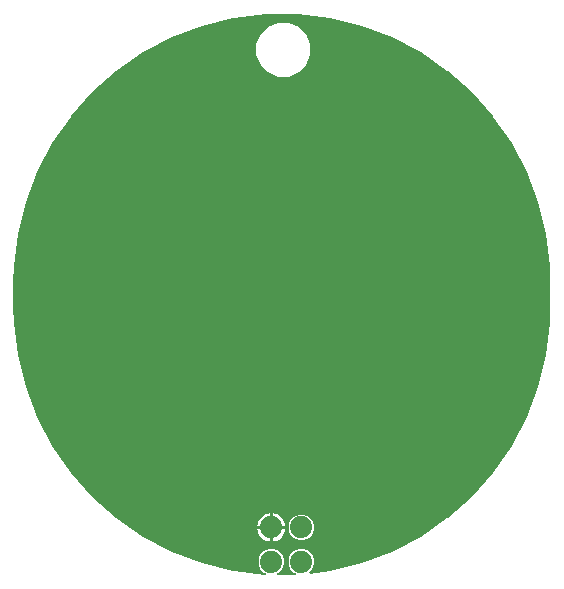
<source format=gtl>
G04 EAGLE Gerber X2 export*
G75*
%MOMM*%
%FSLAX34Y34*%
%LPD*%
%AMOC8*
5,1,8,0,0,1.08239X$1,22.5*%
G01*
%ADD10C,1.879600*%

G36*
X248934Y12368D02*
X248934Y12368D01*
X249031Y12377D01*
X249055Y12388D01*
X249081Y12392D01*
X249167Y12437D01*
X249256Y12477D01*
X249275Y12495D01*
X249299Y12507D01*
X249366Y12578D01*
X249437Y12643D01*
X249450Y12666D01*
X249468Y12685D01*
X249509Y12774D01*
X249556Y12859D01*
X249561Y12885D01*
X249572Y12908D01*
X249582Y13005D01*
X249600Y13101D01*
X249596Y13127D01*
X249599Y13153D01*
X249578Y13248D01*
X249564Y13344D01*
X249552Y13368D01*
X249546Y13393D01*
X249496Y13477D01*
X249452Y13564D01*
X249434Y13582D01*
X249420Y13604D01*
X249346Y13668D01*
X249277Y13736D01*
X249248Y13752D01*
X249233Y13764D01*
X249203Y13777D01*
X249130Y13817D01*
X247813Y14362D01*
X244740Y17435D01*
X243077Y21449D01*
X243077Y25795D01*
X244740Y29809D01*
X247813Y32882D01*
X251827Y34545D01*
X256173Y34545D01*
X260187Y32882D01*
X263260Y29809D01*
X264923Y25795D01*
X264923Y21449D01*
X263260Y17435D01*
X260699Y14874D01*
X260631Y14779D01*
X260561Y14685D01*
X260559Y14679D01*
X260556Y14674D01*
X260521Y14563D01*
X260485Y14451D01*
X260485Y14445D01*
X260483Y14439D01*
X260486Y14323D01*
X260487Y14205D01*
X260489Y14199D01*
X260490Y14193D01*
X260530Y14083D01*
X260568Y13973D01*
X260572Y13968D01*
X260574Y13962D01*
X260647Y13871D01*
X260719Y13778D01*
X260724Y13775D01*
X260728Y13770D01*
X260826Y13707D01*
X260924Y13642D01*
X260930Y13641D01*
X260935Y13637D01*
X261049Y13609D01*
X261161Y13578D01*
X261169Y13578D01*
X261173Y13577D01*
X261191Y13579D01*
X261329Y13580D01*
X278422Y15656D01*
X278451Y15664D01*
X278512Y15672D01*
X305077Y22220D01*
X305105Y22232D01*
X305165Y22247D01*
X330746Y31949D01*
X330773Y31964D01*
X330830Y31987D01*
X355056Y44701D01*
X355080Y44720D01*
X355135Y44749D01*
X377651Y60291D01*
X377673Y60312D01*
X377724Y60348D01*
X398203Y78490D01*
X398222Y78514D01*
X398268Y78555D01*
X416410Y99034D01*
X416427Y99060D01*
X416467Y99107D01*
X432009Y121623D01*
X432022Y121651D01*
X432057Y121702D01*
X444771Y145928D01*
X444781Y145957D01*
X444809Y146012D01*
X454511Y171593D01*
X454517Y171623D01*
X454538Y171681D01*
X461086Y198246D01*
X461088Y198276D01*
X461102Y198336D01*
X464400Y225496D01*
X464399Y225521D01*
X464406Y225565D01*
X464819Y239245D01*
X464818Y239254D01*
X464819Y239268D01*
X464819Y260350D01*
X464818Y260359D01*
X464819Y260373D01*
X464406Y274053D01*
X464401Y274077D01*
X464400Y274122D01*
X461102Y301282D01*
X461094Y301311D01*
X461086Y301372D01*
X454538Y327937D01*
X454526Y327965D01*
X454511Y328025D01*
X444809Y353606D01*
X444794Y353633D01*
X444771Y353690D01*
X432057Y377916D01*
X432038Y377940D01*
X432009Y377995D01*
X416467Y400511D01*
X416446Y400533D01*
X416410Y400584D01*
X398268Y421063D01*
X398244Y421082D01*
X398203Y421128D01*
X377724Y439270D01*
X377698Y439287D01*
X377651Y439327D01*
X355135Y454869D01*
X355107Y454882D01*
X355056Y454917D01*
X330830Y467631D01*
X330801Y467641D01*
X330746Y467669D01*
X305165Y477371D01*
X305135Y477377D01*
X305077Y477398D01*
X278512Y483946D01*
X278482Y483948D01*
X278422Y483962D01*
X251262Y487260D01*
X251231Y487259D01*
X251170Y487266D01*
X223810Y487266D01*
X223780Y487261D01*
X223718Y487260D01*
X196558Y483962D01*
X196529Y483954D01*
X196468Y483946D01*
X169903Y477398D01*
X169875Y477386D01*
X169815Y477371D01*
X144234Y467669D01*
X144207Y467654D01*
X144150Y467631D01*
X119924Y454917D01*
X119900Y454898D01*
X119845Y454869D01*
X97329Y439327D01*
X97307Y439306D01*
X97256Y439270D01*
X76777Y421128D01*
X76758Y421104D01*
X76712Y421063D01*
X58570Y400584D01*
X58553Y400558D01*
X58513Y400511D01*
X42971Y377995D01*
X42958Y377967D01*
X42923Y377916D01*
X30209Y353690D01*
X30199Y353661D01*
X30171Y353606D01*
X20469Y328025D01*
X20463Y327995D01*
X20442Y327937D01*
X13894Y301372D01*
X13892Y301342D01*
X13878Y301282D01*
X10580Y274122D01*
X10581Y274097D01*
X10574Y274053D01*
X10161Y260373D01*
X10162Y260364D01*
X10161Y260350D01*
X10161Y239268D01*
X10162Y239259D01*
X10161Y239245D01*
X10574Y225565D01*
X10579Y225541D01*
X10580Y225496D01*
X13878Y198336D01*
X13886Y198307D01*
X13894Y198246D01*
X20442Y171681D01*
X20454Y171653D01*
X20469Y171593D01*
X30171Y146012D01*
X30186Y145985D01*
X30209Y145928D01*
X42923Y121702D01*
X42942Y121678D01*
X42971Y121623D01*
X58513Y99107D01*
X58534Y99085D01*
X58570Y99034D01*
X76712Y78555D01*
X76736Y78536D01*
X76777Y78490D01*
X97256Y60348D01*
X97282Y60331D01*
X97329Y60291D01*
X119845Y44749D01*
X119873Y44736D01*
X119924Y44701D01*
X144150Y31987D01*
X144179Y31977D01*
X144234Y31949D01*
X169815Y22247D01*
X169845Y22241D01*
X169903Y22220D01*
X196468Y15672D01*
X196498Y15670D01*
X196558Y15656D01*
X223193Y12422D01*
X223213Y12422D01*
X223232Y12418D01*
X223335Y12427D01*
X223438Y12432D01*
X223457Y12439D01*
X223477Y12441D01*
X223572Y12483D01*
X223668Y12520D01*
X223684Y12533D01*
X223702Y12541D01*
X223778Y12610D01*
X223858Y12676D01*
X223868Y12694D01*
X223883Y12707D01*
X223933Y12798D01*
X223987Y12885D01*
X223992Y12905D01*
X224002Y12923D01*
X224020Y13025D01*
X224044Y13125D01*
X224042Y13145D01*
X224045Y13165D01*
X224030Y13267D01*
X224021Y13370D01*
X224013Y13388D01*
X224010Y13408D01*
X223963Y13500D01*
X223921Y13594D01*
X223907Y13609D01*
X223898Y13627D01*
X223824Y13700D01*
X223755Y13776D01*
X223737Y13785D01*
X223723Y13800D01*
X223576Y13881D01*
X222413Y14362D01*
X219340Y17435D01*
X217677Y21449D01*
X217677Y25795D01*
X219340Y29809D01*
X222413Y32882D01*
X226427Y34545D01*
X230773Y34545D01*
X234787Y32882D01*
X237860Y29809D01*
X239523Y25795D01*
X239523Y21449D01*
X237860Y17435D01*
X234787Y14362D01*
X233470Y13817D01*
X233387Y13765D01*
X233301Y13720D01*
X233284Y13701D01*
X233261Y13687D01*
X233199Y13612D01*
X233132Y13541D01*
X233121Y13518D01*
X233104Y13498D01*
X233069Y13407D01*
X233028Y13318D01*
X233026Y13292D01*
X233016Y13268D01*
X233012Y13171D01*
X233001Y13074D01*
X233007Y13048D01*
X233006Y13022D01*
X233033Y12929D01*
X233054Y12834D01*
X233067Y12811D01*
X233074Y12786D01*
X233130Y12706D01*
X233180Y12622D01*
X233200Y12605D01*
X233215Y12584D01*
X233293Y12526D01*
X233367Y12463D01*
X233391Y12453D01*
X233412Y12437D01*
X233504Y12407D01*
X233595Y12371D01*
X233627Y12367D01*
X233646Y12361D01*
X233679Y12361D01*
X233762Y12352D01*
X248838Y12352D01*
X248934Y12368D01*
G37*
%LPC*%
G36*
X234213Y434339D02*
X234213Y434339D01*
X225810Y437820D01*
X219380Y444250D01*
X215899Y452653D01*
X215899Y461747D01*
X219380Y470150D01*
X225810Y476580D01*
X234213Y480061D01*
X243307Y480061D01*
X251710Y476580D01*
X258140Y470150D01*
X261621Y461747D01*
X261621Y452653D01*
X258140Y444250D01*
X251710Y437820D01*
X243307Y434339D01*
X234213Y434339D01*
G37*
%LPD*%
%LPC*%
G36*
X251827Y41655D02*
X251827Y41655D01*
X247813Y43318D01*
X244740Y46391D01*
X243077Y50405D01*
X243077Y54751D01*
X244740Y58765D01*
X247813Y61838D01*
X251827Y63501D01*
X256173Y63501D01*
X260187Y61838D01*
X263260Y58765D01*
X264923Y54751D01*
X264923Y50405D01*
X263260Y46391D01*
X260187Y43318D01*
X256173Y41655D01*
X251827Y41655D01*
G37*
%LPD*%
%LPC*%
G36*
X230123Y54101D02*
X230123Y54101D01*
X230123Y64424D01*
X231396Y64223D01*
X233183Y63642D01*
X234857Y62789D01*
X236378Y61684D01*
X237706Y60356D01*
X238811Y58835D01*
X239664Y57161D01*
X240245Y55374D01*
X240446Y54101D01*
X230123Y54101D01*
G37*
%LPD*%
%LPC*%
G36*
X216754Y54101D02*
X216754Y54101D01*
X216955Y55374D01*
X217536Y57161D01*
X218389Y58835D01*
X219494Y60356D01*
X220822Y61684D01*
X222343Y62789D01*
X224017Y63642D01*
X225804Y64223D01*
X227077Y64424D01*
X227077Y54101D01*
X216754Y54101D01*
G37*
%LPD*%
%LPC*%
G36*
X230123Y51055D02*
X230123Y51055D01*
X240446Y51055D01*
X240245Y49782D01*
X239664Y47995D01*
X238811Y46321D01*
X237706Y44800D01*
X236378Y43472D01*
X234857Y42367D01*
X233183Y41514D01*
X231396Y40933D01*
X230123Y40732D01*
X230123Y51055D01*
G37*
%LPD*%
%LPC*%
G36*
X225804Y40933D02*
X225804Y40933D01*
X224017Y41514D01*
X222343Y42367D01*
X220822Y43472D01*
X219494Y44800D01*
X218389Y46321D01*
X217536Y47995D01*
X216955Y49782D01*
X216754Y51055D01*
X227077Y51055D01*
X227077Y40732D01*
X225804Y40933D01*
G37*
%LPD*%
%LPC*%
G36*
X228599Y52577D02*
X228599Y52577D01*
X228599Y52579D01*
X228601Y52579D01*
X228601Y52577D01*
X228599Y52577D01*
G37*
%LPD*%
D10*
X228600Y52578D03*
X228600Y23622D03*
X254000Y52578D03*
X254000Y23622D03*
M02*

</source>
